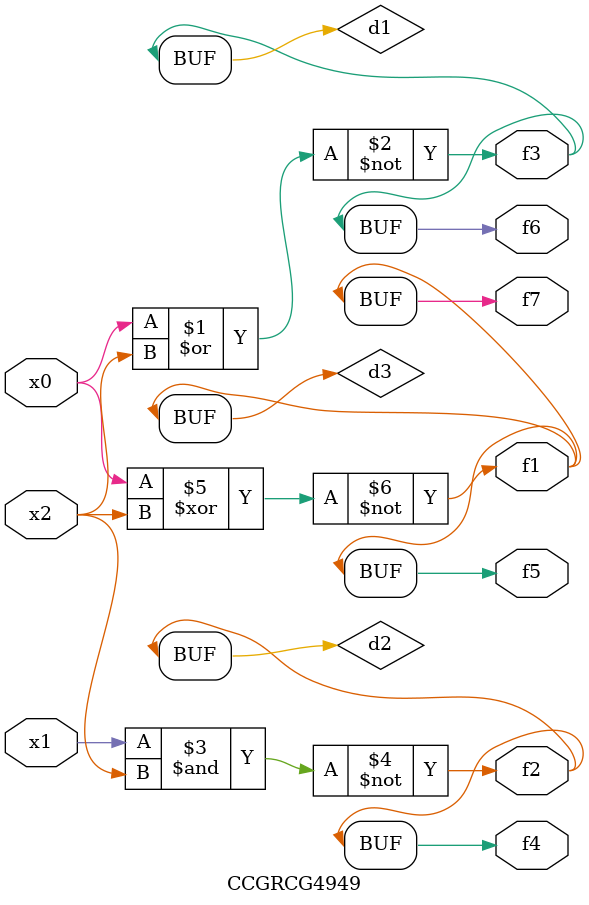
<source format=v>
module CCGRCG4949(
	input x0, x1, x2,
	output f1, f2, f3, f4, f5, f6, f7
);

	wire d1, d2, d3;

	nor (d1, x0, x2);
	nand (d2, x1, x2);
	xnor (d3, x0, x2);
	assign f1 = d3;
	assign f2 = d2;
	assign f3 = d1;
	assign f4 = d2;
	assign f5 = d3;
	assign f6 = d1;
	assign f7 = d3;
endmodule

</source>
